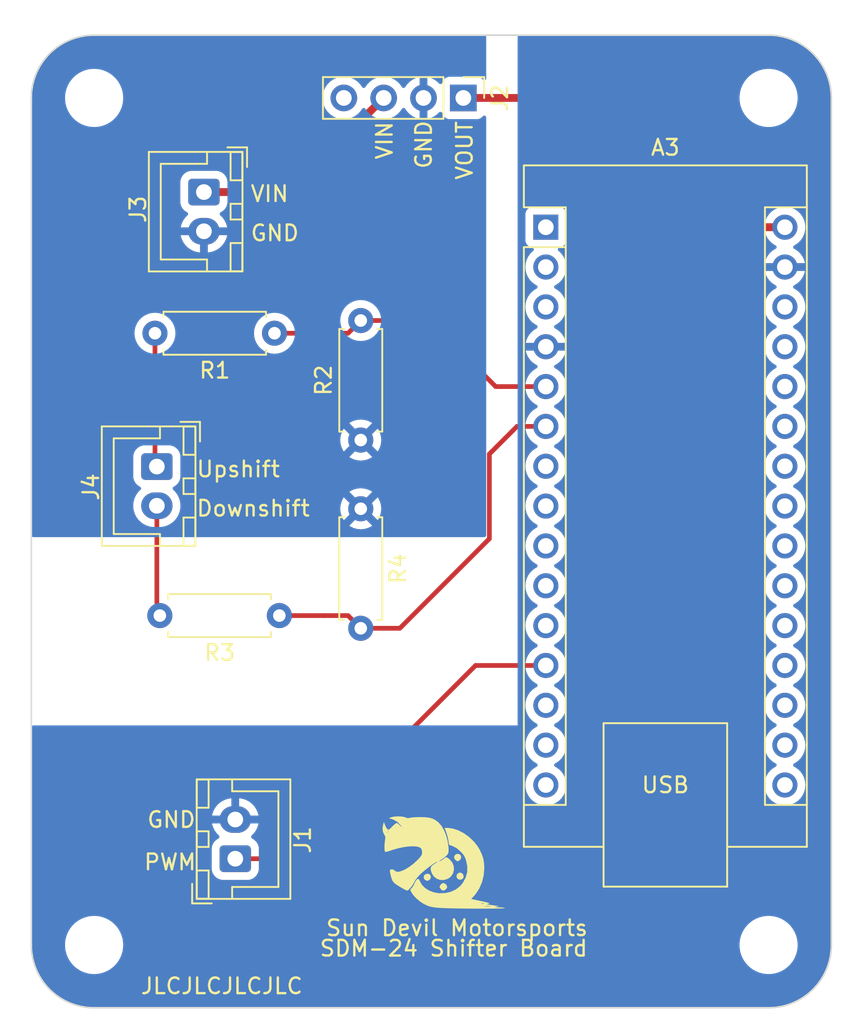
<source format=kicad_pcb>
(kicad_pcb (version 20240108) (generator "pcbnew") (generator_version "8.0")
  (layers (0 "F.Cu" signal) (31 "B.Cu" signal) (34 "B.Paste" user) (35 "F.Paste" user) (36 "B.SilkS" user "B.Silkscreen") (37 "F.SilkS" user "F.Silkscreen") (38 "B.Mask" user) (39 "F.Mask" user) (44 "Edge.Cuts" user))
  (net 0 "")
  (net 25 "GND")
  (net 26 "Net-(A3-D2)")
  (net 27 "Net-(A3-D3)")
  (net 28 "Net-(A3-D9)")
  (net 29 "/VOUT")
  (net 30 "GND1")
  (net 31 "/VIN")
  (net 33 "Net-(J4-Pin_1)")
  (net 34 "Net-(J4-Pin_2)")
  (footprint "Resistor_THT:R_Axial_DIN0207_L6.3mm_D2.5mm_P7.62mm_Horizontal" (layer "F.Cu") (at 136 76.19 -90)
    (property "Reference" "R4" (at 3.81 -2.37 90) (layer "F.SilkS"))
    (property "Value" "5k")
    (fp_line (start 0.54 1.37) (end 7.08 1.37) (stroke (width 0.12)) (layer "F.SilkS"))
    (fp_line (start 7.08 1.37) (end 7.08 1.04) (stroke (width 0.12)) (layer "F.SilkS"))
    (fp_line (start 0.54 1.04) (end 0.54 1.37) (stroke (width 0.12)) (layer "F.SilkS"))
    (fp_line (start 0.54 -1.04) (end 0.54 -1.37) (stroke (width 0.12)) (layer "F.SilkS"))
    (fp_line (start 0.54 -1.37) (end 7.08 -1.37) (stroke (width 0.12)) (layer "F.SilkS"))
    (fp_line (start 7.08 -1.37) (end 7.08 -1.04) (stroke (width 0.12)) (layer "F.SilkS"))
    (pad "1" thru_hole circle (at 0 0 270) (size 1.6 1.6) (drill 0.8) (layers "*.Cu" "*.Mask") (net 30 "GND1"))
    (pad "2" thru_hole oval (at 7.62 0 270) (size 1.6 1.6) (drill 0.8) (layers "*.Cu" "*.Mask") (net 27 "Net-(A3-D3)"))
  )
  (footprint "Module:Arduino_Nano" (layer "F.Cu") (at 147.8 58.24)
    (property "Reference" "A3" (at 7.62 -5.08 0) (layer "F.SilkS"))
    (property "Value" "Arduino_Nano_v3.x")
    (fp_line (start -1.4 -3.94) (end -1.4 -1.27) (stroke (width 0.12)) (layer "F.SilkS"))
    (fp_line (start -1.4 1.27) (end -1.4 39.5) (stroke (width 0.12)) (layer "F.SilkS"))
    (fp_line (start -1.4 39.5) (end 3.68 39.5) (stroke (width 0.12)) (layer "F.SilkS"))
    (fp_line (start 1.27 -1.27) (end -1.4 -1.27) (stroke (width 0.12)) (layer "F.SilkS"))
    (fp_line (start 1.27 1.27) (end -1.4 1.27) (stroke (width 0.12)) (layer "F.SilkS"))
    (fp_line (start 1.27 1.27) (end 1.27 -1.27) (stroke (width 0.12)) (layer "F.SilkS"))
    (fp_line (start 1.27 1.27) (end 1.27 36.83) (stroke (width 0.12)) (layer "F.SilkS"))
    (fp_line (start 1.27 36.83) (end -1.4 36.83) (stroke (width 0.12)) (layer "F.SilkS"))
    (fp_line (start 3.68 31.62) (end 11.56 31.62) (stroke (width 0.12)) (layer "F.SilkS"))
    (fp_line (start 3.68 42.04) (end 3.68 31.62) (stroke (width 0.12)) (layer "F.SilkS"))
    (fp_line (start 11.56 31.62) (end 11.56 42.04) (stroke (width 0.12)) (layer "F.SilkS"))
    (fp_line (start 11.56 42.04) (end 3.68 42.04) (stroke (width 0.12)) (layer "F.SilkS"))
    (fp_line (start 13.97 -1.27) (end 13.97 36.83) (stroke (width 0.12)) (layer "F.SilkS"))
    (fp_line (start 13.97 -1.27) (end 16.64 -1.27) (stroke (width 0.12)) (layer "F.SilkS"))
    (fp_line (start 13.97 36.83) (end 16.64 36.83) (stroke (width 0.12)) (layer "F.SilkS"))
    (fp_line (start 16.64 -3.94) (end -1.4 -3.94) (stroke (width 0.12)) (layer "F.SilkS"))
    (fp_line (start 16.64 39.5) (end 11.56 39.5) (stroke (width 0.12)) (layer "F.SilkS"))
    (fp_line (start 16.64 39.5) (end 16.64 -3.94) (stroke (width 0.12)) (layer "F.SilkS"))
    (fp_text user "USB" (at 7.62 35.56 0) (layer "F.SilkS"))
    (pad "1" thru_hole rect (at 0 0) (size 1.6 1.6) (drill 1) (layers "*.Cu" "*.Mask"))
    (pad "2" thru_hole oval (at 0 2.54) (size 1.6 1.6) (drill 1) (layers "*.Cu" "*.Mask"))
    (pad "3" thru_hole oval (at 0 5.08) (size 1.6 1.6) (drill 1) (layers "*.Cu" "*.Mask"))
    (pad "4" thru_hole oval (at 0 7.62) (size 1.6 1.6) (drill 1) (layers "*.Cu" "*.Mask") (net 25 "GND"))
    (pad "5" thru_hole oval (at 0 10.16) (size 1.6 1.6) (drill 1) (layers "*.Cu" "*.Mask") (net 26 "Net-(A3-D2)"))
    (pad "6" thru_hole oval (at 0 12.7) (size 1.6 1.6) (drill 1) (layers "*.Cu" "*.Mask") (net 27 "Net-(A3-D3)"))
    (pad "7" thru_hole oval (at 0 15.24) (size 1.6 1.6) (drill 1) (layers "*.Cu" "*.Mask"))
    (pad "8" thru_hole oval (at 0 17.78) (size 1.6 1.6) (drill 1) (layers "*.Cu" "*.Mask"))
    (pad "9" thru_hole oval (at 0 20.32) (size 1.6 1.6) (drill 1) (layers "*.Cu" "*.Mask"))
    (pad "10" thru_hole oval (at 0 22.86) (size 1.6 1.6) (drill 1) (layers "*.Cu" "*.Mask"))
    (pad "11" thru_hole oval (at 0 25.4) (size 1.6 1.6) (drill 1) (layers "*.Cu" "*.Mask"))
    (pad "12" thru_hole oval (at 0 27.94) (size 1.6 1.6) (drill 1) (layers "*.Cu" "*.Mask") (net 28 "Net-(A3-D9)"))
    (pad "13" thru_hole oval (at 0 30.48) (size 1.6 1.6) (drill 1) (layers "*.Cu" "*.Mask"))
    (pad "14" thru_hole oval (at 0 33.02) (size 1.6 1.6) (drill 1) (layers "*.Cu" "*.Mask"))
    (pad "15" thru_hole oval (at 0 35.56) (size 1.6 1.6) (drill 1) (layers "*.Cu" "*.Mask"))
    (pad "16" thru_hole oval (at 15.24 35.56) (size 1.6 1.6) (drill 1) (layers "*.Cu" "*.Mask"))
    (pad "17" thru_hole oval (at 15.24 33.02) (size 1.6 1.6) (drill 1) (layers "*.Cu" "*.Mask"))
    (pad "18" thru_hole oval (at 15.24 30.48) (size 1.6 1.6) (drill 1) (layers "*.Cu" "*.Mask"))
    (pad "19" thru_hole oval (at 15.24 27.94) (size 1.6 1.6) (drill 1) (layers "*.Cu" "*.Mask"))
    (pad "20" thru_hole oval (at 15.24 25.4) (size 1.6 1.6) (drill 1) (layers "*.Cu" "*.Mask"))
    (pad "21" thru_hole oval (at 15.24 22.86) (size 1.6 1.6) (drill 1) (layers "*.Cu" "*.Mask"))
    (pad "22" thru_hole oval (at 15.24 20.32) (size 1.6 1.6) (drill 1) (layers "*.Cu" "*.Mask"))
    (pad "23" thru_hole oval (at 15.24 17.78) (size 1.6 1.6) (drill 1) (layers "*.Cu" "*.Mask"))
    (pad "24" thru_hole oval (at 15.24 15.24) (size 1.6 1.6) (drill 1) (layers "*.Cu" "*.Mask"))
    (pad "25" thru_hole oval (at 15.24 12.7) (size 1.6 1.6) (drill 1) (layers "*.Cu" "*.Mask"))
    (pad "26" thru_hole oval (at 15.24 10.16) (size 1.6 1.6) (drill 1) (layers "*.Cu" "*.Mask"))
    (pad "27" thru_hole oval (at 15.24 7.62) (size 1.6 1.6) (drill 1) (layers "*.Cu" "*.Mask"))
    (pad "28" thru_hole oval (at 15.24 5.08) (size 1.6 1.6) (drill 1) (layers "*.Cu" "*.Mask"))
    (pad "29" thru_hole oval (at 15.24 2.54) (size 1.6 1.6) (drill 1) (layers "*.Cu" "*.Mask") (net 25 "GND"))
    (pad "30" thru_hole oval (at 15.24 0) (size 1.6 1.6) (drill 1) (layers "*.Cu" "*.Mask") (net 29 "/VOUT"))
  )
  (footprint "Connector_PinHeader_2.54mm:PinHeader_1x04_P2.54mm_Vertical" (layer "F.Cu") (at 142.54 50 -90)
    (property "Reference" "J2" (at 0 -2.33 90) (layer "F.SilkS"))
    (property "Value" "Conn_01x04_Pin")
    (fp_line (start -1.33 8.95) (end 1.33 8.95) (stroke (width 0.12)) (layer "F.SilkS"))
    (fp_line (start -1.33 1.27) (end -1.33 8.95) (stroke (width 0.12)) (layer "F.SilkS"))
    (fp_line (start -1.33 1.27) (end 1.33 1.27) (stroke (width 0.12)) (layer "F.SilkS"))
    (fp_line (start 1.33 1.27) (end 1.33 8.95) (stroke (width 0.12)) (layer "F.SilkS"))
    (fp_line (start -1.33 0) (end -1.33 -1.33) (stroke (width 0.12)) (layer "F.SilkS"))
    (fp_line (start -1.33 -1.33) (end 0 -1.33) (stroke (width 0.12)) (layer "F.SilkS"))
    (pad "1" thru_hole rect (at 0 0 270) (size 1.7 1.7) (drill 1) (layers "*.Cu" "*.Mask") (net 29 "/VOUT"))
    (pad "2" thru_hole oval (at 0 2.54 270) (size 1.7 1.7) (drill 1) (layers "*.Cu" "*.Mask") (net 30 "GND1"))
    (pad "3" thru_hole oval (at 0 5.08 270) (size 1.7 1.7) (drill 1) (layers "*.Cu" "*.Mask") (net 31 "/VIN"))
    (pad "4" thru_hole oval (at 0 7.62 270) (size 1.7 1.7) (drill 1) (layers "*.Cu" "*.Mask"))
  )
  (footprint "MountingHole:MountingHole_3.2mm_M3" (layer "F.Cu") (at 162 50)
    (property "Reference" "H1" (hide yes))
    (property "Value" "MountingHole")
    (pad "" np_thru_hole circle (at 0 0) (size 3.2 3.2) (drill 3.2) (layers "*.Cu" "*.Mask"))
  )
  (footprint "Resistor_THT:R_Axial_DIN0207_L6.3mm_D2.5mm_P7.62mm_Horizontal" (layer "F.Cu") (at 130.5 65 180)
    (property "Reference" "R1" (at 3.81 -2.37 0) (layer "F.SilkS"))
    (property "Value" "10k")
    (fp_line (start 7.08 1.37) (end 7.08 1.04) (stroke (width 0.12)) (layer "F.SilkS"))
    (fp_line (start 7.08 -1.37) (end 7.08 -1.04) (stroke (width 0.12)) (layer "F.SilkS"))
    (fp_line (start 0.54 1.37) (end 7.08 1.37) (stroke (width 0.12)) (layer "F.SilkS"))
    (fp_line (start 0.54 1.04) (end 0.54 1.37) (stroke (width 0.12)) (layer "F.SilkS"))
    (fp_line (start 0.54 -1.04) (end 0.54 -1.37) (stroke (width 0.12)) (layer "F.SilkS"))
    (fp_line (start 0.54 -1.37) (end 7.08 -1.37) (stroke (width 0.12)) (layer "F.SilkS"))
    (pad "1" thru_hole circle (at 0 0 180) (size 1.6 1.6) (drill 0.8) (layers "*.Cu" "*.Mask") (net 26 "Net-(A3-D2)"))
    (pad "2" thru_hole oval (at 7.62 0 180) (size 1.6 1.6) (drill 0.8) (layers "*.Cu" "*.Mask") (net 33 "Net-(J4-Pin_1)"))
  )
  (footprint "LOGO" (layer "F.Cu") (at 141.2 98.8)
    (property "Reference" "G***" (hide yes))
    (property "Value" "LOGO" (hide yes))
    (fp_poly (pts (xy -0.821081 0.687178) (xy -0.746637 0.771826) (xy -0.729825 0.888479) (xy -0.773174 0.999054) (xy -0.877371 1.091558) (xy -1.001382 1.105118) (xy -1.120509 1.03782) (xy -1.131006 1.026786) (xy -1.189664 0.907688) (xy -1.174136 0.786063) (xy -1.089427 0.69247) (xy -1.074966 0.684631) (xy -0.936182 0.652218)) (fill solid) (layer "F.SilkS"))
    (fp_poly (pts (xy 1.200451 0.593418) (xy 1.307854 0.677382) (xy 1.317544 0.691314) (xy 1.363028 0.822122) (xy 1.335487 0.935799) (xy 1.250854 1.013972) (xy 1.125062 1.038266) (xy 1.03391 1.018404) (xy 0.93999 0.942758) (xy 0.902563 0.827297) (xy 0.929022 0.706397) (xy 0.958015 0.665458) (xy 1.075876 0.58887)) (fill solid) (layer "F.SilkS"))
    (fp_poly (pts (xy 1.089842 -0.586378) (xy 1.177972 -0.505) (xy 1.204368 -0.389784) (xy 1.168027 -0.271904) (xy 1.102186 -0.202697) (xy 1.020825 -0.151413) (xy 0.978634 -0.13345) (xy 0.927742 -0.15629) (xy 0.855082 -0.202697) (xy 0.767734 -0.303885) (xy 0.750917 -0.416013) (xy 0.791995 -0.518429) (xy 0.87833 -0.590481) (xy 0.997287 -0.611516)) (fill solid) (layer "F.SilkS"))
    (fp_poly (pts (xy 0.165657 1.281734) (xy 0.261449 1.368557) (xy 0.310214 1.473336) (xy 0.311384 1.490193) (xy 0.273719 1.594791) (xy 0.183384 1.686858) (xy 0.074366 1.733728) (xy 0.056827 1.734851) (xy -0.014247 1.705732) (xy -0.088967 1.645885) (xy -0.154949 1.557817) (xy -0.177933 1.490193) (xy -0.144968 1.405907) (xy -0.068104 1.315908) (xy 0.019612 1.254636) (xy 0.056827 1.245534)) (fill solid) (layer "F.SilkS"))
    (fp_poly (pts (xy 0.656564 -2.227522) (xy 1.015433 -2.110702) (xy 1.369584 -1.928043) (xy 1.704436 -1.689397) (xy 2.005407 -1.404615) (xy 2.257915 -1.08355) (xy 2.387423 -0.86344) (xy 2.524876 -0.568961) (xy 2.612727 -0.305117) (xy 2.659877 -0.035513) (xy 2.675227 0.276245) (xy 2.675357 0.313897) (xy 2.637505 0.766385) (xy 2.528193 1.203034) (xy 2.353785 1.606596) (xy 2.120644 1.959824) (xy 2.029129 2.065389) (xy 1.844485 2.263666) (xy 2.134414 2.328172) (xy 2.340968 2.373593) (xy 2.562869 2.421588) (xy 2.691244 2.448913) (xy 2.868613 2.492126) (xy 2.974303 2.530497) (xy 3.003838 2.560941) (xy 2.952738 2.580376) (xy 2.889194 2.585235) (xy 2.821175 2.590678) (xy 2.830687 2.601312) (xy 2.922271 2.6193) (xy 2.980385 2.628646) (xy 3.164997 2.657601) (xy 3.352363 2.687172) (xy 3.425219 2.698739) (xy 3.625394 2.730621) (xy 3.447461 2.760224) (xy 3.372426 2.775165) (xy 3.366731 2.785192) (xy 3.436768 2.791809) (xy 3.588923 2.796517) (xy 3.603152 2.796821) (xy 3.774436 2.805748) (xy 3.915715 2.822777) (xy 3.999054 2.844413) (xy 4.003503 2.846935) (xy 3.976512 2.856432) (xy 3.870604 2.864484) (xy 3.695816 2.871091) (xy 3.462185 2.876251) (xy 3.179748 2.879966) (xy 2.858544 2.882234) (xy 2.508609 2.883057) (xy 2.139982 2.882432) (xy 1.762698 2.880362) (xy 1.386797 2.876844) (xy 1.022315 2.87188) (xy 0.679289 2.865468) (xy 0.367758 2.857609) (xy 0.097758 2.848302) (xy 0.066725 2.847007) (xy -0.264249 2.828321) (xy -0.526971 2.800875) (xy -0.742066 2.759931) (xy -0.82601 2.73352) (xy 2.685481 2.73352) (xy 2.726035 2.739575) (xy 2.836985 2.742758) (xy 2.891419 2.743013) (xy 3.025076 2.741081) (xy 3.091626 2.735933) (xy 3.081784 2.728539) (xy 3.058231 2.725564) (xy 2.891199 2.718366) (xy 2.724606 2.725564) (xy 2.685481 2.73352) (xy -0.82601 2.73352) (xy -0.930156 2.700753) (xy -1.111867 2.618602) (xy -1.218283 2.560292) (xy 2.455812 2.560292) (xy 2.509279 2.567663) (xy 2.557793 2.568817) (xy 2.649344 2.565237) (xy 2.672973 2.555156) (xy 2.6584 2.549471) (xy 2.551576 2.541186) (xy 2.480466 2.548574) (xy 2.455812 2.560292) (xy -1.218283 2.560292) (xy -1.244883 2.545717) (xy -1.448019 2.407862) (xy -1.648968 2.236207) (xy -1.823658 2.053901) (xy -1.948017 1.884096) (xy -1.96496 1.853223) (xy -2.053198 1.680263) (xy -1.944561 1.562986) (xy -1.852085 1.434016) (xy -1.784831 1.292906) (xy -1.716772 1.143028) (xy -1.632312 1.031225) (xy -1.549042 0.979777) (xy -1.536718 0.978634) (xy -1.488946 1.016228) (xy -1.439114 1.108233) (xy -1.433413 1.123205) (xy -1.301426 1.362067) (xy -1.097684 1.568127) (xy -0.836128 1.732488) (xy -0.530698 1.846255) (xy -0.217719 1.89899) (xy 0.172065 1.890832) (xy 0.534941 1.809469) (xy 0.859463 1.659908) (xy 1.134185 1.447158) (xy 1.314728 1.228376) (xy 1.492647 0.894338) (xy 1.584431 0.553351) (xy 1.591233 0.196865) (xy 1.51421 -0.18367) (xy 1.508258 -0.203225) (xy 1.443342 -0.38379) (xy 1.364154 -0.526997) (xy 1.248346 -0.668687) (xy 1.163026 -0.756876) (xy 0.931418 -0.956955) (xy 0.704896 -1.0849) (xy 0.666764 -1.09997) (xy 0.422592 -1.190974) (xy 0.392054 -1.430866) (xy 0.359419 -1.603083) (xy 0.305483 -1.808126) (xy 0.253004 -1.969705) (xy 0.144492 -2.268651) (xy 0.307559 -2.268651)) (fill solid) (layer "F.SilkS"))
    (fp_poly (pts (xy -2.520941 -2.979481) (xy -2.368967 -2.944134) (xy -2.335376 -2.929253) (xy -2.213641 -2.883499) (xy -2.106247 -2.897998) (xy -2.090718 -2.904145) (xy -2.003274 -2.922799) (xy -1.849173 -2.938565) (xy -1.650716 -2.949706) (xy -1.445709 -2.954394) (xy -1.114112 -2.947559) (xy -0.850364 -2.918062) (xy -0.634993 -2.860253) (xy -0.448523 -2.768483) (xy -0.27148 -2.637101) (xy -0.231741 -2.602213) (xy -0.045531 -2.38602) (xy 0.117397 -2.102045) (xy 0.24984 -1.770007) (xy 0.344597 -1.409623) (xy 0.394466 -1.040613) (xy 0.40035 -0.871442) (xy 0.394366 -0.721697) (xy 0.365553 -0.62096) (xy 0.29762 -0.529517) (xy 0.233538 -0.464759) (xy 0.101342 -0.350164) (xy -0.037969 -0.250002) (xy -0.088967 -0.219925) (xy -0.177697 -0.168379) (xy -0.213056 -0.138347) (xy -0.209087 -0.135416) (xy -0.131599 -0.157277) (xy -0.022405 -0.214067) (xy 0.081298 -0.284428) (xy 0.131016 -0.330692) (xy 0.20347 -0.388585) (xy 0.287093 -0.38545) (xy 0.398108 -0.317328) (xy 0.48339 -0.244721) (xy 0.640552 -0.051064) (xy 0.726259 0.1687) (xy 0.742281 0.397146) (xy 0.690387 0.61685) (xy 0.572344 0.810388) (xy 0.389923 0.960336) (xy 0.359384 0.97684) (xy 0.114744 1.057394) (xy -0.125035 1.0568) (xy -0.345297 0.982335) (xy -0.531387 0.841278) (xy -0.668649 0.640906) (xy -0.735282 0.433225) (xy -0.746413 0.316134) (xy -0.721042 0.22324) (xy -0.646483 0.135142) (xy -0.510045 0.03244) (xy -0.444834 -0.010866) (xy -0.351338 -0.076307) (xy -0.313824 -0.112256) (xy -0.331489 -0.113184) (xy -0.429594 -0.063873) (xy -0.577285 0.031378) (xy -0.757402 0.159687) (xy -0.952788 0.308171) (xy -1.146284 0.463947) (xy -1.32073 0.614132) (xy -1.407736 0.694869) (xy -1.589491 0.889897) (xy -1.727613 1.078343) (xy -1.784333 1.184186) (xy -1.858343 1.322451) (xy -1.957672 1.466647) (xy -2.065395 1.596576) (xy -2.164586 1.692039) (xy -2.238319 1.732838) (xy -2.244317 1.733115) (xy -2.30693 1.711178) (xy -2.415921 1.656995) (xy -2.491068 1.615017) (xy -2.735005 1.47224) (xy -2.914479 1.360854) (xy -3.041891 1.267459) (xy -3.129646 1.178651) (xy -3.190146 1.081028) (xy -3.235794 0.961189) (xy -3.278994 0.80573) (xy -3.294051 0.747345) (xy -3.332974 0.582794) (xy -3.345788 0.481987) (xy -3.333531 0.423941) (xy -3.311335 0.39813) (xy -3.215962 0.370193) (xy -3.102681 0.403584) (xy -3.023439 0.468798) (xy -2.919628 0.527852) (xy -2.765857 0.527258) (xy -2.572828 0.472448) (xy -2.351243 0.368853) (xy -2.111804 0.221906) (xy -1.865211 0.037038) (xy -1.622166 -0.180319) (xy -1.501313 -0.303766) (xy -1.383703 -0.438331) (xy -1.318996 -0.541231) (xy -1.292982 -0.639204) (xy -1.290017 -0.701326) (xy -1.304417 -0.834684) (xy -1.339783 -0.93939) (xy -1.346858 -0.950398) (xy -1.455047 -1.028643) (xy -1.63353 -1.075767) (xy -1.86957 -1.092603) (xy -2.150435 -1.079987) (xy -2.463387 -1.038754) (xy -2.795693 -0.969741) (xy -3.134616 -0.873781) (xy -3.281908 -0.823473) (xy -3.440942 -0.771339) (xy -3.568975 -0.739003) (xy -3.64235 -0.732224) (xy -3.648203 -0.734326) (xy -3.672249 -0.792685) (xy -3.685726 -0.915821) (xy -3.68857 -1.080166) (xy -3.680722 -1.262153) (xy -3.66212 -1.438215) (xy -3.650223 -1.509234) (xy -3.632616 -1.648553) (xy -3.651287 -1.74549) (xy -3.697874 -1.822088) (xy -3.771678 -1.97951) (xy -3.514186 -1.97951) (xy -3.491944 -1.957268) (xy -3.469702 -1.97951) (xy -3.491944 -2.001751) (xy -3.514186 -1.97951) (xy -3.771678 -1.97951) (xy -3.790329 -2.019293) (xy -3.794857 -2.068476) (xy -3.469702 -2.068476) (xy -3.44746 -2.046235) (xy -3.425219 -2.068476) (xy -3.44746 -2.090718) (xy -3.469702 -2.068476) (xy -3.794857 -2.068476) (xy -3.812022 -2.254908) (xy -3.779706 -2.448192) (xy -3.725291 -2.64676) (xy -3.662803 -2.468827) (xy -3.601538 -2.332793) (xy -3.528876 -2.220956) (xy -3.513312 -2.203707) (xy -3.466148 -2.16138) (xy -3.423993 -2.151896) (xy -3.36844 -2.183732) (xy -3.281081 -2.265364) (xy -3.19937 -2.348278) (xy -3.080737 -2.461849) (xy -2.980272 -2.544479) (xy -2.918129 -2.579745) (xy -2.914961 -2.580035) (xy -2.850879 -2.5508) (xy -2.755812 -2.47698) (xy -2.711441 -2.435464) (xy -2.565391 -2.290893) (xy -2.663449 -2.433695) (xy -2.85813 -2.64042) (xy -3.113163 -2.788539) (xy -3.217915 -2.825857) (xy -3.402977 -2.882001) (xy -3.269527 -2.939524) (xy -3.124447 -2.977409) (xy -2.930266 -2.996465) (xy -2.718569 -2.99704)) (fill solid) (layer "F.SilkS"))
  )
  (footprint "Resistor_THT:R_Axial_DIN0207_L6.3mm_D2.5mm_P7.62mm_Horizontal" (layer "F.Cu") (at 130.81 83 180)
    (property "Reference" "R3" (at 3.81 -2.37 0) (layer "F.SilkS"))
    (property "Value" "10k")
    (fp_line (start 7.08 1.37) (end 7.08 1.04) (stroke (width 0.12)) (layer "F.SilkS"))
    (fp_line (start 7.08 -1.37) (end 7.08 -1.04) (stroke (width 0.12)) (layer "F.SilkS"))
    (fp_line (start 0.54 1.37) (end 7.08 1.37) (stroke (width 0.12)) (layer "F.SilkS"))
    (fp_line (start 0.54 1.04) (end 0.54 1.37) (stroke (width 0.12)) (layer "F.SilkS"))
    (fp_line (start 0.54 -1.04) (end 0.54 -1.37) (stroke (width 0.12)) (layer "F.SilkS"))
    (fp_line (start 0.54 -1.37) (end 7.08 -1.37) (stroke (width 0.12)) (layer "F.SilkS"))
    (pad "1" thru_hole circle (at 0 0 180) (size 1.6 1.6) (drill 0.8) (layers "*.Cu" "*.Mask") (net 27 "Net-(A3-D3)"))
    (pad "2" thru_hole oval (at 7.62 0 180) (size 1.6 1.6) (drill 0.8) (layers "*.Cu" "*.Mask") (net 34 "Net-(J4-Pin_2)"))
  )
  (footprint "MountingHole:MountingHole_3.2mm_M3" (layer "F.Cu") (at 162 104)
    (property "Reference" "H2" (hide yes))
    (property "Value" "MountingHole")
    (pad "" np_thru_hole circle (at 0 0) (size 3.2 3.2) (drill 3.2) (layers "*.Cu" "*.Mask"))
  )
  (footprint "MountingHole:MountingHole_3.2mm_M3" (layer "F.Cu") (at 119 50)
    (property "Reference" "H3" (hide yes))
    (property "Value" "MountingHole")
    (pad "" np_thru_hole circle (at 0 0) (size 3.2 3.2) (drill 3.2) (layers "*.Cu" "*.Mask"))
  )
  (footprint "MountingHole:MountingHole_3.2mm_M3" (layer "F.Cu") (at 119 104)
    (property "Reference" "H4" (hide yes))
    (property "Value" "MountingHole")
    (pad "" np_thru_hole circle (at 0 0) (size 3.2 3.2) (drill 3.2) (layers "*.Cu" "*.Mask"))
  )
  (footprint "Connector_JST:JST_XH_B2B-XH-A_1x02_P2.50mm_Vertical" (layer "F.Cu") (at 128 98.5 90)
    (property "Reference" "J1" (at 1.2 4.3 90) (layer "F.SilkS"))
    (property "Value" "PWM")
    (fp_line (start -1.6 -2.75) (end -2.85 -2.75) (stroke (width 0.12)) (layer "F.SilkS"))
    (fp_line (start -2.85 -2.75) (end -2.85 -1.5) (stroke (width 0.12)) (layer "F.SilkS"))
    (fp_line (start 5.06 -2.46) (end -2.56 -2.46) (stroke (width 0.12)) (layer "F.SilkS"))
    (fp_line (start -2.56 -2.46) (end -2.56 3.51) (stroke (width 0.12)) (layer "F.SilkS"))
    (fp_line (start 5.05 -2.45) (end 3.25 -2.45) (stroke (width 0.12)) (layer "F.SilkS"))
    (fp_line (start 3.25 -2.45) (end 3.25 -1.7) (stroke (width 0.12)) (layer "F.SilkS"))
    (fp_line (start 1.75 -2.45) (end 0.75 -2.45) (stroke (width 0.12)) (layer "F.SilkS"))
    (fp_line (start 0.75 -2.45) (end 0.75 -1.7) (stroke (width 0.12)) (layer "F.SilkS"))
    (fp_line (start -0.75 -2.45) (end -2.55 -2.45) (stroke (width 0.12)) (layer "F.SilkS"))
    (fp_line (start -2.55 -2.45) (end -2.55 -1.7) (stroke (width 0.12)) (layer "F.SilkS"))
    (fp_line (start 5.05 -1.7) (end 5.05 -2.45) (stroke (width 0.12)) (layer "F.SilkS"))
    (fp_line (start 3.25 -1.7) (end 5.05 -1.7) (stroke (width 0.12)) (layer "F.SilkS"))
    (fp_line (start 1.75 -1.7) (end 1.75 -2.45) (stroke (width 0.12)) (layer "F.SilkS"))
    (fp_line (start 0.75 -1.7) (end 1.75 -1.7) (stroke (width 0.12)) (layer "F.SilkS"))
    (fp_line (start -0.75 -1.7) (end -0.75 -2.45) (stroke (width 0.12)) (layer "F.SilkS"))
    (fp_line (start -2.55 -1.7) (end -0.75 -1.7) (stroke (width 0.12)) (layer "F.SilkS"))
    (fp_line (start 5.05 -0.2) (end 4.3 -0.2) (stroke (width 0.12)) (layer "F.SilkS"))
    (fp_line (start 4.3 -0.2) (end 4.3 2.75) (stroke (width 0.12)) (layer "F.SilkS"))
    (fp_line (start -1.8 -0.2) (end -1.8 2.75) (stroke (width 0.12)) (layer "F.SilkS"))
    (fp_line (start -2.55 -0.2) (end -1.8 -0.2) (stroke (width 0.12)) (layer "F.SilkS"))
    (fp_line (start 4.3 2.75) (end 1.25 2.75) (stroke (width 0.12)) (layer "F.SilkS"))
    (fp_line (start -1.8 2.75) (end 1.25 2.75) (stroke (width 0.12)) (layer "F.SilkS"))
    (fp_line (start 5.06 3.51) (end 5.06 -2.46) (stroke (width 0.12)) (layer "F.SilkS"))
    (fp_line (start -2.56 3.51) (end 5.06 3.51) (stroke (width 0.12)) (layer "F.SilkS"))
    (pad "1" thru_hole roundrect (at 0 0 90) (size 1.7 2) (drill 1) (layers "*.Cu" "*.Mask") (roundrect_rratio 0.1470588235) (net 28 "Net-(A3-D9)"))
    (pad "2" thru_hole oval (at 2.5 0 90) (size 1.7 2) (drill 1) (layers "*.Cu" "*.Mask") (net 25 "GND"))
  )
  (footprint "Resistor_THT:R_Axial_DIN0207_L6.3mm_D2.5mm_P7.62mm_Horizontal" (layer "F.Cu") (at 136 71.81 90)
    (property "Reference" "R2" (at 3.81 -2.37 90) (layer "F.SilkS"))
    (property "Value" "5k")
    (fp_line (start 7.08 -1.37) (end 7.08 -1.04) (stroke (width 0.12)) (layer "F.SilkS"))
    (fp_line (start 0.54 -1.37) (end 7.08 -1.37) (stroke (width 0.12)) (layer "F.SilkS"))
    (fp_line (start 0.54 -1.04) (end 0.54 -1.37) (stroke (width 0.12)) (layer "F.SilkS"))
    (fp_line (start 0.54 1.04) (end 0.54 1.37) (stroke (width 0.12)) (layer "F.SilkS"))
    (fp_line (start 7.08 1.37) (end 7.08 1.04) (stroke (width 0.12)) (layer "F.SilkS"))
    (fp_line (start 0.54 1.37) (end 7.08 1.37) (stroke (width 0.12)) (layer "F.SilkS"))
    (pad "1" thru_hole circle (at 0 0 90) (size 1.6 1.6) (drill 0.8) (layers "*.Cu" "*.Mask") (net 30 "GND1"))
    (pad "2" thru_hole oval (at 7.62 0 90) (size 1.6 1.6) (drill 0.8) (layers "*.Cu" "*.Mask") (net 26 "Net-(A3-D2)"))
  )
  (footprint "Connector_JST:JST_XH_B2B-XH-A_1x02_P2.50mm_Vertical" (layer "F.Cu") (at 123 73.5 -90)
    (property "Reference" "J4" (at 1.3 4.2 90) (layer "F.SilkS"))
    (property "Value" "Up/Down Shift")
    (fp_line (start -2.56 3.51) (end 5.06 3.51) (stroke (width 0.12)) (layer "F.SilkS"))
    (fp_line (start 5.06 3.51) (end 5.06 -2.46) (stroke (width 0.12)) (layer "F.SilkS"))
    (fp_line (start -1.8 2.75) (end 1.25 2.75) (stroke (width 0.12)) (layer "F.SilkS"))
    (fp_line (start 4.3 2.75) (end 1.25 2.75) (stroke (width 0.12)) (layer "F.SilkS"))
    (fp_line (start -2.55 -0.2) (end -1.8 -0.2) (stroke (width 0.12)) (layer "F.SilkS"))
    (fp_line (start -1.8 -0.2) (end -1.8 2.75) (stroke (width 0.12)) (layer "F.SilkS"))
    (fp_line (start 4.3 -0.2) (end 4.3 2.75) (stroke (width 0.12)) (layer "F.SilkS"))
    (fp_line (start 5.05 -0.2) (end 4.3 -0.2) (stroke (width 0.12)) (layer "F.SilkS"))
    (fp_line (start -2.55 -1.7) (end -0.75 -1.7) (stroke (width 0.12)) (layer "F.SilkS"))
    (fp_line (start -0.75 -1.7) (end -0.75 -2.45) (stroke (width 0.12)) (layer "F.SilkS"))
    (fp_line (start 0.75 -1.7) (end 1.75 -1.7) (stroke (width 0.12)) (layer "F.SilkS"))
    (fp_line (start 1.75 -1.7) (end 1.75 -2.45) (stroke (width 0.12)) (layer "F.SilkS"))
    (fp_line (start 3.25 -1.7) (end 5.05 -1.7) (stroke (width 0.12)) (layer "F.SilkS"))
    (fp_line (start 5.05 -1.7) (end 5.05 -2.45) (stroke (width 0.12)) (layer "F.SilkS"))
    (fp_line (start -2.55 -2.45) (end -2.55 -1.7) (stroke (width 0.12)) (layer "F.SilkS"))
    (fp_line (start -0.75 -2.45) (end -2.55 -2.45) (stroke (width 0.12)) (layer "F.SilkS"))
    (fp_line (start 0.75 -2.45) (end 0.75 -1.7) (stroke (width 0.12)) (layer "F.SilkS"))
    (fp_line (start 1.75 -2.45) (end 0.75 -2.45) (stroke (width 0.12)) (layer "F.SilkS"))
    (fp_line (start 3.25 -2.45) (end 3.25 -1.7) (stroke (width 0.12)) (layer "F.SilkS"))
    (fp_line (start 5.05 -2.45) (end 3.25 -2.45) (stroke (width 0.12)) (layer "F.SilkS"))
    (fp_line (start -2.56 -2.46) (end -2.56 3.51) (stroke (width 0.12)) (layer "F.SilkS"))
    (fp_line (start 5.06 -2.46) (end -2.56 -2.46) (stroke (width 0.12)) (layer "F.SilkS"))
    (fp_line (start -2.85 -2.75) (end -2.85 -1.5) (stroke (width 0.12)) (layer "F.SilkS"))
    (fp_line (start -1.6 -2.75) (end -2.85 -2.75) (stroke (width 0.12)) (layer "F.SilkS"))
    (pad "1" thru_hole roundrect (at 0 0 270) (size 1.7 2) (drill 1) (layers "*.Cu" "*.Mask") (roundrect_rratio 0.1470588235) (net 33 "Net-(J4-Pin_1)"))
    (pad "2" thru_hole oval (at 2.5 0 270) (size 1.7 2) (drill 1) (layers "*.Cu" "*.Mask") (net 34 "Net-(J4-Pin_2)"))
  )
  (footprint "Connector_JST:JST_XH_B2B-XH-A_1x02_P2.50mm_Vertical" (layer "F.Cu") (at 126 56 -90)
    (property "Reference" "J3" (at 1.1 4.2 90) (layer "F.SilkS"))
    (property "Value" "Power Input")
    (fp_line (start -2.56 3.51) (end 5.06 3.51) (stroke (width 0.12)) (layer "F.SilkS"))
    (fp_line (start 5.06 3.51) (end 5.06 -2.46) (stroke (width 0.12)) (layer "F.SilkS"))
    (fp_line (start -1.8 2.75) (end 1.25 2.75) (stroke (width 0.12)) (layer "F.SilkS"))
    (fp_line (start 4.3 2.75) (end 1.25 2.75) (stroke (width 0.12)) (layer "F.SilkS"))
    (fp_line (start -2.55 -0.2) (end -1.8 -0.2) (stroke (width 0.12)) (layer "F.SilkS"))
    (fp_line (start -1.8 -0.2) (end -1.8 2.75) (stroke (width 0.12)) (layer "F.SilkS"))
    (fp_line (start 4.3 -0.2) (end 4.3 2.75) (stroke (width 0.12)) (layer "F.SilkS"))
    (fp_line (start 5.05 -0.2) (end 4.3 -0.2) (stroke (width 0.12)) (layer "F.SilkS"))
    (fp_line (start -2.55 -1.7) (end -0.75 -1.7) (stroke (width 0.12)) (layer "F.SilkS"))
    (fp_line (start -0.75 -1.7) (end -0.75 -2.45) (stroke (width 0.12)) (layer "F.SilkS"))
    (fp_line (start 0.75 -1.7) (end 1.75 -1.7) (stroke (width 0.12)) (layer "F.SilkS"))
    (fp_line (start 1.75 -1.7) (end 1.75 -2.45) (stroke (width 0.12)) (layer "F.SilkS"))
    (fp_line (start 3.25 -1.7) (end 5.05 -1.7) (stroke (width 0.12)) (layer "F.SilkS"))
    (fp_line (start 5.05 -1.7) (end 5.05 -2.45) (stroke (width 0.12)) (layer "F.SilkS"))
    (fp_line (start -2.55 -2.45) (end -2.55 -1.7) (stroke (width 0.12)) (layer "F.SilkS"))
    (fp_line (start -0.75 -2.45) (end -2.55 -2.45) (stroke (width 0.12)) (layer "F.SilkS"))
    (fp_line (start 0.75 -2.45) (end 0.75 -1.7) (stroke (width 0.12)) (layer "F.SilkS"))
    (fp_line (start 1.75 -2.45) (end 0.75 -2.45) (stroke (width 0.12)) (layer "F.SilkS"))
    (fp_line (start 3.25 -2.45) (end 3.25 -1.7) (stroke (width 0.12)) (layer "F.SilkS"))
    (fp_line (start 5.05 -2.45) (end 3.25 -2.45) (stroke (width 0.12)) (layer "F.SilkS"))
    (fp_line (start -2.56 -2.46) (end -2.56 3.51) (stroke (width 0.12)) (layer "F.SilkS"))
    (fp_line (start 5.06 -2.46) (end -2.56 -2.46) (stroke (width 0.12)) (layer "F.SilkS"))
    (fp_line (start -2.85 -2.75) (end -2.85 -1.5) (stroke (width 0.12)) (layer "F.SilkS"))
    (fp_line (start -1.6 -2.75) (end -2.85 -2.75) (stroke (width 0.12)) (layer "F.SilkS"))
    (pad "1" thru_hole roundrect (at 0 0 270) (size 1.7 2) (drill 1) (layers "*.Cu" "*.Mask") (roundrect_rratio 0.1470588235) (net 31 "/VIN"))
    (pad "2" thru_hole oval (at 2.5 0 270) (size 1.7 2) (drill 1) (layers "*.Cu" "*.Mask") (net 30 "GND1"))
  )
  (gr_arc (start 162 46) (mid 164.828427 47.171573) (end 166 50) (stroke (width 0.1)) (layer "Edge.Cuts"))
  (gr_line (start 162 108) (end 119 108) (stroke (width 0.1)) (layer "Edge.Cuts"))
  (gr_line (start 166 50) (end 166 104) (stroke (width 0.1)) (layer "Edge.Cuts"))
  (gr_arc (start 166 104) (mid 164.828427 106.828427) (end 162 108) (stroke (width 0.1)) (layer "Edge.Cuts"))
  (gr_arc (start 119 108) (mid 116.171573 106.828427) (end 115 104) (stroke (width 0.1)) (layer "Edge.Cuts"))
  (gr_line (start 119 46) (end 162 46) (stroke (width 0.1)) (layer "Edge.Cuts"))
  (gr_arc (start 115 50) (mid 116.171573 47.171573) (end 119 46) (stroke (width 0.1)) (layer "Edge.Cuts"))
  (gr_line (start 115 104) (end 115 50) (stroke (width 0.1)) (layer "Edge.Cuts"))
  (gr_text "GND" (at 140.6 54.6 90) (layer "F.SilkS") (effects (font (size 1 1)) (justify left bottom)))
  (gr_text "VIN\n" (at 128.9 56.7 0) (layer "F.SilkS") (effects (font (size 1 1)) (justify left bottom)))
  (gr_text "GND\n" (at 128.9 59.2 0) (layer "F.SilkS") (effects (font (size 1 1)) (justify left bottom)))
  (gr_text "Downshift\n" (at 125.45 76.75 0) (layer "F.SilkS") (effects (font (size 1 1)) (justify left bottom)))
  (gr_text "VIN\n" (at 138.1 54 90) (layer "F.SilkS") (effects (font (size 1 1)) (justify left bottom)))
  (gr_text "VOUT\n" (at 143.2 55.3 90) (layer "F.SilkS") (effects (font (size 1 1)) (justify left bottom)))
  (gr_text "PWM\n" (at 122.1 99.3 0) (layer "F.SilkS") (effects (font (size 1 1)) (justify left bottom)))
  (gr_text "JLCJLCJLCJLC" (at 121.9 107.2 0) (layer "F.SilkS") (effects (font (size 1 1)) (justify left bottom)))
  (gr_text "Upshift\n" (at 125.45 74.25 0) (layer "F.SilkS") (effects (font (size 1 1)) (justify left bottom)))
  (gr_text "Sun Devil Motorsports" (at 133.7 103.5 0) (layer "F.SilkS") (effects (font (size 1 1)) (justify left bottom)))
  (gr_text "SDM-24 Shifter Board\n" (at 133.3 104.8 0) (layer "F.SilkS") (effects (font (size 1 1)) (justify left bottom)))
  (gr_text "GND\n" (at 122.3 96.6 0) (layer "F.SilkS") (effects (font (size 1 1)) (justify left bottom)))
  (segment (start 133.4 65) (end 135.19 65) (width 0.3) (layer "F.Cu") (net 26))
  (segment (start 130.5 65) (end 133.4 65) (width 0.3) (layer "F.Cu") (net 26))
  (segment (start 136 64.19) (end 140.39 64.19) (width 0.3) (layer "F.Cu") (net 26))
  (segment (start 140.39 64.19) (end 144.6 68.4) (width 0.3) (layer "F.Cu") (net 26))
  (segment (start 144.6 68.4) (end 147.8 68.4) (width 0.3) (layer "F.Cu") (net 26))
  (segment (start 135.19 65) (end 136 64.19) (width 0.3) (layer "F.Cu") (net 26))
  (segment (start 144.2 72.7) (end 145.96 70.94) (width 0.3) (layer "F.Cu") (net 27))
  (segment (start 138.49 83.81) (end 144.2 78.1) (width 0.3) (layer "F.Cu") (net 27))
  (segment (start 130.81 83) (end 133.7 83) (width 0.3) (layer "F.Cu") (net 27))
  (segment (start 133.7 83) (end 135.19 83) (width 0.3) (layer "F.Cu") (net 27))
  (segment (start 136 83.81) (end 138.49 83.81) (width 0.3) (layer "F.Cu") (net 27))
  (segment (start 145.96 70.94) (end 147.8 70.94) (width 0.3) (layer "F.Cu") (net 27))
  (segment (start 144.2 78.1) (end 144.2 72.7) (width 0.3) (layer "F.Cu") (net 27))
  (segment (start 135.19 83) (end 136 83.81) (width 0.3) (layer "F.Cu") (net 27))
  (segment (start 131 98.5) (end 143.32 86.18) (width 0.3) (layer "F.Cu") (net 28))
  (segment (start 128 98.5) (end 131 98.5) (width 0.3) (layer "F.Cu") (net 28))
  (segment (start 143.32 86.18) (end 147.8 86.18) (width 0.3) (layer "F.Cu") (net 28))
  (segment (start 157.04 58.24) (end 148.8 50) (width 0.5) (layer "F.Cu") (net 29))
  (segment (start 148.8 50) (end 142.54 50) (width 0.5) (layer "F.Cu") (net 29))
  (segment (start 163.04 58.24) (end 157.04 58.24) (width 0.5) (layer "F.Cu") (net 29))
  (segment (start 126 56) (end 131.46 56) (width 0.5) (layer "F.Cu") (net 31))
  (segment (start 131.46 56) (end 137.46 50) (width 0.5) (layer "F.Cu") (net 31))
  (segment (start 123 73.5) (end 122.88 73.38) (width 0.3) (layer "F.Cu") (net 33))
  (segment (start 122.88 73.38) (end 122.88 65) (width 0.3) (layer "F.Cu") (net 33))
  (segment (start 123 76) (end 123 82.81) (width 0.3) (layer "F.Cu") (net 34))
  (segment (start 123 82.81) (end 123.19 83) (width 0.3) (layer "F.Cu") (net 34))
  (zone (net 25) (net_name "GND") (layer "B.Cu") (priority 1) (connect_pads (clearance 0.5)) (min_thickness 0.25) (fill yes (thermal_gap 0.5) (thermal_bridge_width 0.5))
    (polygon (pts (xy 146 45) (xy 167 45) (xy 167 109) (xy 113 109) (xy 113 90) (xy 146 90)))
  )
  (zone (net 30) (net_name "GND1") (layer "B.Cu") (connect_pads (clearance 0.5)) (min_thickness 0.25) (fill yes (thermal_gap 0.5) (thermal_bridge_width 0.5))
    (polygon (pts (xy 144 78) (xy 113 78) (xy 113 45) (xy 144 45)))
  )
)
</source>
